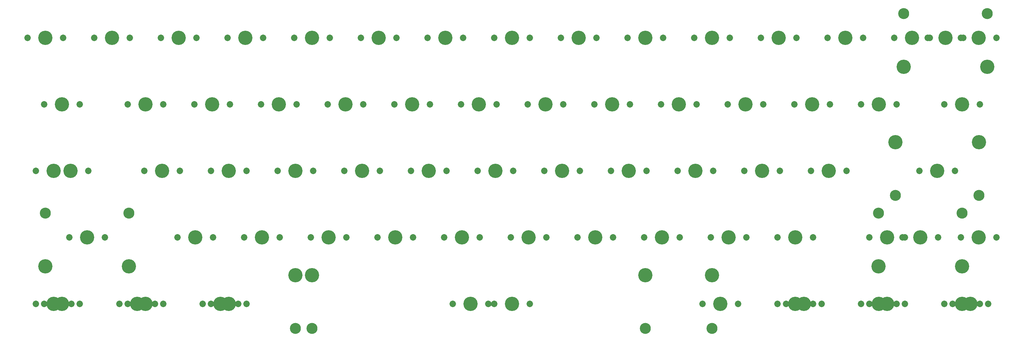
<source format=gts>
G04 #@! TF.GenerationSoftware,KiCad,Pcbnew,(5.1.10)-1*
G04 #@! TF.CreationDate,2021-08-06T13:45:01+08:00*
G04 #@! TF.ProjectId,Bakeneko60-HS,42616b65-6e65-46b6-9f36-302d48532e6b,rev?*
G04 #@! TF.SameCoordinates,Original*
G04 #@! TF.FileFunction,Soldermask,Top*
G04 #@! TF.FilePolarity,Negative*
%FSLAX46Y46*%
G04 Gerber Fmt 4.6, Leading zero omitted, Abs format (unit mm)*
G04 Created by KiCad (PCBNEW (5.1.10)-1) date 2021-08-06 13:45:01*
%MOMM*%
%LPD*%
G01*
G04 APERTURE LIST*
%ADD10C,1.852000*%
%ADD11C,4.089800*%
%ADD12C,3.150000*%
%ADD13C,1.000000*%
G04 APERTURE END LIST*
D10*
X5080000Y0D03*
D11*
X0Y0D03*
D10*
X-5080000Y0D03*
X24130000Y0D03*
D11*
X19050000Y0D03*
D10*
X13970000Y0D03*
X43180000Y0D03*
D11*
X38100000Y0D03*
D10*
X33020000Y0D03*
X81280000Y0D03*
D11*
X76200000Y0D03*
D10*
X71120000Y0D03*
X100330000Y0D03*
D11*
X95250000Y0D03*
D10*
X90170000Y0D03*
X119380000Y0D03*
D11*
X114300000Y0D03*
D10*
X109220000Y0D03*
X138430000Y0D03*
D11*
X133350000Y0D03*
D10*
X128270000Y0D03*
X157480000Y0D03*
D11*
X152400000Y0D03*
D10*
X147320000Y0D03*
X176530000Y0D03*
D11*
X171450000Y0D03*
D10*
X166370000Y0D03*
X195580000Y0D03*
D11*
X190500000Y0D03*
D10*
X185420000Y0D03*
X214630000Y0D03*
D11*
X209550000Y0D03*
D10*
X204470000Y0D03*
X233680000Y0D03*
D11*
X228600000Y0D03*
D10*
X223520000Y0D03*
X262255000Y0D03*
D11*
X257175000Y0D03*
D10*
X252095000Y0D03*
D11*
X269113000Y-8255000D03*
X245237000Y-8255000D03*
D12*
X269113000Y6985000D03*
X245237000Y6985000D03*
D10*
X9842500Y-19050000D03*
X-317500Y-19050000D03*
D11*
X4762500Y-19050000D03*
D10*
X33655000Y-19050000D03*
D11*
X28575000Y-19050000D03*
D10*
X23495000Y-19050000D03*
X52705000Y-19050000D03*
D11*
X47625000Y-19050000D03*
D10*
X42545000Y-19050000D03*
X71755000Y-19050000D03*
D11*
X66675000Y-19050000D03*
D10*
X61595000Y-19050000D03*
X90805000Y-19050000D03*
D11*
X85725000Y-19050000D03*
D10*
X80645000Y-19050000D03*
X109855000Y-19050000D03*
D11*
X104775000Y-19050000D03*
D10*
X99695000Y-19050000D03*
X128905000Y-19050000D03*
D11*
X123825000Y-19050000D03*
D10*
X118745000Y-19050000D03*
X147955000Y-19050000D03*
D11*
X142875000Y-19050000D03*
D10*
X137795000Y-19050000D03*
X167005000Y-19050000D03*
D11*
X161925000Y-19050000D03*
D10*
X156845000Y-19050000D03*
X186055000Y-19050000D03*
D11*
X180975000Y-19050000D03*
D10*
X175895000Y-19050000D03*
X205105000Y-19050000D03*
D11*
X200025000Y-19050000D03*
D10*
X194945000Y-19050000D03*
X224155000Y-19050000D03*
D11*
X219075000Y-19050000D03*
D10*
X213995000Y-19050000D03*
X243205000Y-19050000D03*
D11*
X238125000Y-19050000D03*
D10*
X233045000Y-19050000D03*
X267017500Y-19050000D03*
X256857500Y-19050000D03*
D11*
X261937500Y-19050000D03*
D10*
X2063750Y-38100000D03*
D11*
X7143750Y-38100000D03*
D10*
X12223750Y-38100000D03*
X38417500Y-38100000D03*
D11*
X33337500Y-38100000D03*
D10*
X28257500Y-38100000D03*
X57467500Y-38100000D03*
D11*
X52387500Y-38100000D03*
D10*
X47307500Y-38100000D03*
X76517500Y-38100000D03*
D11*
X71437500Y-38100000D03*
D10*
X66357500Y-38100000D03*
X95567500Y-38100000D03*
D11*
X90487500Y-38100000D03*
D10*
X85407500Y-38100000D03*
X114617500Y-38100000D03*
D11*
X109537500Y-38100000D03*
D10*
X104457500Y-38100000D03*
X133667500Y-38100000D03*
D11*
X128587500Y-38100000D03*
D10*
X123507500Y-38100000D03*
X152717500Y-38100000D03*
D11*
X147637500Y-38100000D03*
D10*
X142557500Y-38100000D03*
X171767500Y-38100000D03*
D11*
X166687500Y-38100000D03*
D10*
X161607500Y-38100000D03*
X190817500Y-38100000D03*
D11*
X185737500Y-38100000D03*
D10*
X180657500Y-38100000D03*
X209867500Y-38100000D03*
D11*
X204787500Y-38100000D03*
D10*
X199707500Y-38100000D03*
X228917500Y-38100000D03*
D11*
X223837500Y-38100000D03*
D10*
X218757500Y-38100000D03*
X259873750Y-38100000D03*
D11*
X254793750Y-38100000D03*
D10*
X249713750Y-38100000D03*
D11*
X266731750Y-29845000D03*
X242855750Y-29845000D03*
D12*
X266731750Y-45085000D03*
X242855750Y-45085000D03*
D10*
X47942500Y-57150000D03*
D11*
X42862500Y-57150000D03*
D10*
X37782500Y-57150000D03*
X66992500Y-57150000D03*
D11*
X61912500Y-57150000D03*
D10*
X56832500Y-57150000D03*
X86042500Y-57150000D03*
D11*
X80962500Y-57150000D03*
D10*
X75882500Y-57150000D03*
X105092500Y-57150000D03*
D11*
X100012500Y-57150000D03*
D10*
X94932500Y-57150000D03*
X124142500Y-57150000D03*
D11*
X119062500Y-57150000D03*
D10*
X113982500Y-57150000D03*
X143192500Y-57150000D03*
D11*
X138112500Y-57150000D03*
D10*
X133032500Y-57150000D03*
X162242500Y-57150000D03*
D11*
X157162500Y-57150000D03*
D10*
X152082500Y-57150000D03*
X181292500Y-57150000D03*
D11*
X176212500Y-57150000D03*
D10*
X171132500Y-57150000D03*
X200342500Y-57150000D03*
D11*
X195262500Y-57150000D03*
D10*
X190182500Y-57150000D03*
X219392500Y-57150000D03*
D11*
X214312500Y-57150000D03*
D10*
X209232500Y-57150000D03*
X235426250Y-57150000D03*
D11*
X240506250Y-57150000D03*
D10*
X245586250Y-57150000D03*
X261620000Y-57150000D03*
D11*
X266700000Y-57150000D03*
D10*
X271780000Y-57150000D03*
X255111250Y-57150000D03*
D11*
X250031250Y-57150000D03*
D10*
X244951250Y-57150000D03*
D11*
X261969250Y-65405000D03*
X238093250Y-65405000D03*
D12*
X261969250Y-50165000D03*
X238093250Y-50165000D03*
D10*
X7461250Y-76200000D03*
D11*
X2381250Y-76200000D03*
D10*
X-2698750Y-76200000D03*
X31273750Y-76200000D03*
D11*
X26193750Y-76200000D03*
D10*
X21113750Y-76200000D03*
X55086250Y-76200000D03*
D11*
X50006250Y-76200000D03*
D10*
X44926250Y-76200000D03*
X126523750Y-76200000D03*
D11*
X121443750Y-76200000D03*
D10*
X116363750Y-76200000D03*
D11*
X171443650Y-67945000D03*
X71443850Y-67945000D03*
D12*
X171443650Y-83185000D03*
X71443850Y-83185000D03*
D10*
X197961250Y-76200000D03*
D11*
X192881250Y-76200000D03*
D10*
X187801250Y-76200000D03*
X211613750Y-76200000D03*
D11*
X216693750Y-76200000D03*
D10*
X221773750Y-76200000D03*
X235426250Y-76200000D03*
D11*
X240506250Y-76200000D03*
D10*
X245586250Y-76200000D03*
X259238750Y-76200000D03*
D11*
X264318750Y-76200000D03*
D10*
X269398750Y-76200000D03*
X-317500Y-76200000D03*
X9842500Y-76200000D03*
D11*
X4762500Y-76200000D03*
D10*
X23495000Y-76200000D03*
D11*
X28575000Y-76200000D03*
D10*
X33655000Y-76200000D03*
X47307500Y-76200000D03*
X57467500Y-76200000D03*
D11*
X52387500Y-76200000D03*
D10*
X128270000Y-76200000D03*
D11*
X133350000Y-76200000D03*
D10*
X138430000Y-76200000D03*
D11*
X76200000Y-67945000D03*
X190500000Y-67945000D03*
D12*
X76200000Y-83185000D03*
X190500000Y-83185000D03*
D10*
X219392500Y-76200000D03*
X209232500Y-76200000D03*
D11*
X214312500Y-76200000D03*
D10*
X243205000Y-76200000D03*
D11*
X238125000Y-76200000D03*
D10*
X233045000Y-76200000D03*
X267017500Y-76200000D03*
X256857500Y-76200000D03*
D11*
X261937500Y-76200000D03*
D10*
X7461250Y-38100000D03*
D11*
X2381250Y-38100000D03*
D10*
X-2698750Y-38100000D03*
X242570000Y0D03*
D11*
X247650000Y0D03*
D10*
X252730000Y0D03*
X261620000Y0D03*
D11*
X266700000Y0D03*
D10*
X271780000Y0D03*
X16986250Y-57150000D03*
D11*
X11906250Y-57150000D03*
D10*
X6826250Y-57150000D03*
D11*
X23844250Y-65405000D03*
X-31750Y-65405000D03*
D12*
X23844250Y-50165000D03*
X-31750Y-50165000D03*
D10*
X62230000Y0D03*
D11*
X57150000Y0D03*
D10*
X52070000Y0D03*
D13*
G36*
X127398723Y-76499428D02*
G01*
X127455114Y-76635566D01*
X127498574Y-76700609D01*
X127498705Y-76702605D01*
X127497042Y-76703716D01*
X127495365Y-76702989D01*
X127483842Y-76688948D01*
X127465205Y-76673652D01*
X127443942Y-76662287D01*
X127420867Y-76655287D01*
X127396876Y-76652924D01*
X127372885Y-76655287D01*
X127349810Y-76662287D01*
X127328546Y-76673652D01*
X127309909Y-76688947D01*
X127298385Y-76702989D01*
X127296513Y-76703693D01*
X127294967Y-76702424D01*
X127295176Y-76700609D01*
X127338636Y-76635566D01*
X127395027Y-76499428D01*
X127396614Y-76498210D01*
X127398723Y-76499428D01*
G37*
G36*
X127298385Y-75697011D02*
G01*
X127309908Y-75711052D01*
X127328545Y-75726348D01*
X127349808Y-75737713D01*
X127372883Y-75744713D01*
X127396874Y-75747076D01*
X127420865Y-75744713D01*
X127443940Y-75737713D01*
X127465204Y-75726348D01*
X127483841Y-75711053D01*
X127495365Y-75697011D01*
X127497237Y-75696307D01*
X127498783Y-75697576D01*
X127498574Y-75699391D01*
X127455114Y-75764434D01*
X127398723Y-75900572D01*
X127397136Y-75901790D01*
X127395027Y-75900572D01*
X127338636Y-75764434D01*
X127295176Y-75699391D01*
X127295045Y-75697395D01*
X127296708Y-75696284D01*
X127298385Y-75697011D01*
G37*
M02*

</source>
